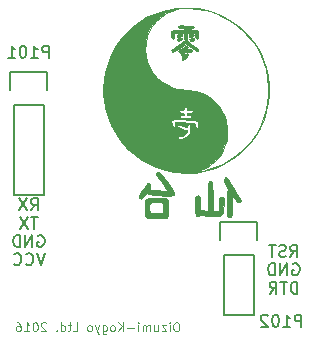
<source format=gbo>
G04 #@! TF.FileFunction,Legend,Bot*
%FSLAX46Y46*%
G04 Gerber Fmt 4.6, Leading zero omitted, Abs format (unit mm)*
G04 Created by KiCad (PCBNEW 4.0.1-stable) date 2016/03/20 16:03:40*
%MOMM*%
G01*
G04 APERTURE LIST*
%ADD10C,0.100000*%
%ADD11C,0.150000*%
%ADD12C,0.010000*%
G04 APERTURE END LIST*
D10*
X106549999Y-90809286D02*
X106407142Y-90809286D01*
X106335714Y-90845000D01*
X106264285Y-90916429D01*
X106228571Y-91059286D01*
X106228571Y-91309286D01*
X106264285Y-91452143D01*
X106335714Y-91523571D01*
X106407142Y-91559286D01*
X106549999Y-91559286D01*
X106621428Y-91523571D01*
X106692857Y-91452143D01*
X106728571Y-91309286D01*
X106728571Y-91059286D01*
X106692857Y-90916429D01*
X106621428Y-90845000D01*
X106549999Y-90809286D01*
X105907143Y-91559286D02*
X105907143Y-91059286D01*
X105907143Y-90809286D02*
X105942857Y-90845000D01*
X105907143Y-90880714D01*
X105871428Y-90845000D01*
X105907143Y-90809286D01*
X105907143Y-90880714D01*
X105621428Y-91059286D02*
X105228571Y-91059286D01*
X105621428Y-91559286D01*
X105228571Y-91559286D01*
X104621428Y-91059286D02*
X104621428Y-91559286D01*
X104942857Y-91059286D02*
X104942857Y-91452143D01*
X104907142Y-91523571D01*
X104835714Y-91559286D01*
X104728571Y-91559286D01*
X104657142Y-91523571D01*
X104621428Y-91487857D01*
X104264286Y-91559286D02*
X104264286Y-91059286D01*
X104264286Y-91130714D02*
X104228571Y-91095000D01*
X104157143Y-91059286D01*
X104050000Y-91059286D01*
X103978571Y-91095000D01*
X103942857Y-91166429D01*
X103942857Y-91559286D01*
X103942857Y-91166429D02*
X103907143Y-91095000D01*
X103835714Y-91059286D01*
X103728571Y-91059286D01*
X103657143Y-91095000D01*
X103621428Y-91166429D01*
X103621428Y-91559286D01*
X103264286Y-91559286D02*
X103264286Y-91059286D01*
X103264286Y-90809286D02*
X103300000Y-90845000D01*
X103264286Y-90880714D01*
X103228571Y-90845000D01*
X103264286Y-90809286D01*
X103264286Y-90880714D01*
X102907143Y-91273571D02*
X102335714Y-91273571D01*
X101978572Y-91559286D02*
X101978572Y-90809286D01*
X101550000Y-91559286D02*
X101871429Y-91130714D01*
X101550000Y-90809286D02*
X101978572Y-91237857D01*
X101121429Y-91559286D02*
X101192857Y-91523571D01*
X101228572Y-91487857D01*
X101264286Y-91416429D01*
X101264286Y-91202143D01*
X101228572Y-91130714D01*
X101192857Y-91095000D01*
X101121429Y-91059286D01*
X101014286Y-91059286D01*
X100942857Y-91095000D01*
X100907143Y-91130714D01*
X100871429Y-91202143D01*
X100871429Y-91416429D01*
X100907143Y-91487857D01*
X100942857Y-91523571D01*
X101014286Y-91559286D01*
X101121429Y-91559286D01*
X100228572Y-91059286D02*
X100228572Y-91666429D01*
X100264286Y-91737857D01*
X100300001Y-91773571D01*
X100371429Y-91809286D01*
X100478572Y-91809286D01*
X100550001Y-91773571D01*
X100228572Y-91523571D02*
X100300001Y-91559286D01*
X100442858Y-91559286D01*
X100514286Y-91523571D01*
X100550001Y-91487857D01*
X100585715Y-91416429D01*
X100585715Y-91202143D01*
X100550001Y-91130714D01*
X100514286Y-91095000D01*
X100442858Y-91059286D01*
X100300001Y-91059286D01*
X100228572Y-91095000D01*
X99942858Y-91059286D02*
X99764287Y-91559286D01*
X99585715Y-91059286D02*
X99764287Y-91559286D01*
X99835715Y-91737857D01*
X99871430Y-91773571D01*
X99942858Y-91809286D01*
X99192858Y-91559286D02*
X99264286Y-91523571D01*
X99300001Y-91487857D01*
X99335715Y-91416429D01*
X99335715Y-91202143D01*
X99300001Y-91130714D01*
X99264286Y-91095000D01*
X99192858Y-91059286D01*
X99085715Y-91059286D01*
X99014286Y-91095000D01*
X98978572Y-91130714D01*
X98942858Y-91202143D01*
X98942858Y-91416429D01*
X98978572Y-91487857D01*
X99014286Y-91523571D01*
X99085715Y-91559286D01*
X99192858Y-91559286D01*
X97692858Y-91559286D02*
X98050001Y-91559286D01*
X98050001Y-90809286D01*
X97550000Y-91059286D02*
X97264286Y-91059286D01*
X97442858Y-90809286D02*
X97442858Y-91452143D01*
X97407143Y-91523571D01*
X97335715Y-91559286D01*
X97264286Y-91559286D01*
X96692858Y-91559286D02*
X96692858Y-90809286D01*
X96692858Y-91523571D02*
X96764287Y-91559286D01*
X96907144Y-91559286D01*
X96978572Y-91523571D01*
X97014287Y-91487857D01*
X97050001Y-91416429D01*
X97050001Y-91202143D01*
X97014287Y-91130714D01*
X96978572Y-91095000D01*
X96907144Y-91059286D01*
X96764287Y-91059286D01*
X96692858Y-91095000D01*
X96335716Y-91487857D02*
X96300001Y-91523571D01*
X96335716Y-91559286D01*
X96371430Y-91523571D01*
X96335716Y-91487857D01*
X96335716Y-91559286D01*
X95442858Y-90880714D02*
X95407144Y-90845000D01*
X95335715Y-90809286D01*
X95157144Y-90809286D01*
X95085715Y-90845000D01*
X95050001Y-90880714D01*
X95014286Y-90952143D01*
X95014286Y-91023571D01*
X95050001Y-91130714D01*
X95478572Y-91559286D01*
X95014286Y-91559286D01*
X94550000Y-90809286D02*
X94478572Y-90809286D01*
X94407143Y-90845000D01*
X94371429Y-90880714D01*
X94335715Y-90952143D01*
X94300000Y-91095000D01*
X94300000Y-91273571D01*
X94335715Y-91416429D01*
X94371429Y-91487857D01*
X94407143Y-91523571D01*
X94478572Y-91559286D01*
X94550000Y-91559286D01*
X94621429Y-91523571D01*
X94657143Y-91487857D01*
X94692858Y-91416429D01*
X94728572Y-91273571D01*
X94728572Y-91095000D01*
X94692858Y-90952143D01*
X94657143Y-90880714D01*
X94621429Y-90845000D01*
X94550000Y-90809286D01*
X93585714Y-91559286D02*
X94014286Y-91559286D01*
X93800000Y-91559286D02*
X93800000Y-90809286D01*
X93871429Y-90916429D01*
X93942857Y-90987857D01*
X94014286Y-91023571D01*
X92942857Y-90809286D02*
X93085714Y-90809286D01*
X93157143Y-90845000D01*
X93192857Y-90880714D01*
X93264286Y-90987857D01*
X93300000Y-91130714D01*
X93300000Y-91416429D01*
X93264286Y-91487857D01*
X93228571Y-91523571D01*
X93157143Y-91559286D01*
X93014286Y-91559286D01*
X92942857Y-91523571D01*
X92907143Y-91487857D01*
X92871428Y-91416429D01*
X92871428Y-91237857D01*
X92907143Y-91166429D01*
X92942857Y-91130714D01*
X93014286Y-91095000D01*
X93157143Y-91095000D01*
X93228571Y-91130714D01*
X93264286Y-91166429D01*
X93300000Y-91237857D01*
D11*
X116117619Y-85262381D02*
X116450953Y-84786190D01*
X116689048Y-85262381D02*
X116689048Y-84262381D01*
X116308095Y-84262381D01*
X116212857Y-84310000D01*
X116165238Y-84357619D01*
X116117619Y-84452857D01*
X116117619Y-84595714D01*
X116165238Y-84690952D01*
X116212857Y-84738571D01*
X116308095Y-84786190D01*
X116689048Y-84786190D01*
X115736667Y-85214762D02*
X115593810Y-85262381D01*
X115355714Y-85262381D01*
X115260476Y-85214762D01*
X115212857Y-85167143D01*
X115165238Y-85071905D01*
X115165238Y-84976667D01*
X115212857Y-84881429D01*
X115260476Y-84833810D01*
X115355714Y-84786190D01*
X115546191Y-84738571D01*
X115641429Y-84690952D01*
X115689048Y-84643333D01*
X115736667Y-84548095D01*
X115736667Y-84452857D01*
X115689048Y-84357619D01*
X115641429Y-84310000D01*
X115546191Y-84262381D01*
X115308095Y-84262381D01*
X115165238Y-84310000D01*
X114879524Y-84262381D02*
X114308095Y-84262381D01*
X114593810Y-85262381D02*
X114593810Y-84262381D01*
X116331904Y-85860000D02*
X116427142Y-85812381D01*
X116569999Y-85812381D01*
X116712857Y-85860000D01*
X116808095Y-85955238D01*
X116855714Y-86050476D01*
X116903333Y-86240952D01*
X116903333Y-86383810D01*
X116855714Y-86574286D01*
X116808095Y-86669524D01*
X116712857Y-86764762D01*
X116569999Y-86812381D01*
X116474761Y-86812381D01*
X116331904Y-86764762D01*
X116284285Y-86717143D01*
X116284285Y-86383810D01*
X116474761Y-86383810D01*
X115855714Y-86812381D02*
X115855714Y-85812381D01*
X115284285Y-86812381D01*
X115284285Y-85812381D01*
X114808095Y-86812381D02*
X114808095Y-85812381D01*
X114570000Y-85812381D01*
X114427142Y-85860000D01*
X114331904Y-85955238D01*
X114284285Y-86050476D01*
X114236666Y-86240952D01*
X114236666Y-86383810D01*
X114284285Y-86574286D01*
X114331904Y-86669524D01*
X114427142Y-86764762D01*
X114570000Y-86812381D01*
X114808095Y-86812381D01*
X116712857Y-88362381D02*
X116712857Y-87362381D01*
X116474762Y-87362381D01*
X116331904Y-87410000D01*
X116236666Y-87505238D01*
X116189047Y-87600476D01*
X116141428Y-87790952D01*
X116141428Y-87933810D01*
X116189047Y-88124286D01*
X116236666Y-88219524D01*
X116331904Y-88314762D01*
X116474762Y-88362381D01*
X116712857Y-88362381D01*
X115855714Y-87362381D02*
X115284285Y-87362381D01*
X115570000Y-88362381D02*
X115570000Y-87362381D01*
X114379523Y-88362381D02*
X114712857Y-87886190D01*
X114950952Y-88362381D02*
X114950952Y-87362381D01*
X114569999Y-87362381D01*
X114474761Y-87410000D01*
X114427142Y-87457619D01*
X114379523Y-87552857D01*
X114379523Y-87695714D01*
X114427142Y-87790952D01*
X114474761Y-87838571D01*
X114569999Y-87886190D01*
X114950952Y-87886190D01*
X94146666Y-81312381D02*
X94480000Y-80836190D01*
X94718095Y-81312381D02*
X94718095Y-80312381D01*
X94337142Y-80312381D01*
X94241904Y-80360000D01*
X94194285Y-80407619D01*
X94146666Y-80502857D01*
X94146666Y-80645714D01*
X94194285Y-80740952D01*
X94241904Y-80788571D01*
X94337142Y-80836190D01*
X94718095Y-80836190D01*
X93813333Y-80312381D02*
X93146666Y-81312381D01*
X93146666Y-80312381D02*
X93813333Y-81312381D01*
X94741905Y-81862381D02*
X94170476Y-81862381D01*
X94456191Y-82862381D02*
X94456191Y-81862381D01*
X93932381Y-81862381D02*
X93265714Y-82862381D01*
X93265714Y-81862381D02*
X93932381Y-82862381D01*
X94741904Y-83460000D02*
X94837142Y-83412381D01*
X94979999Y-83412381D01*
X95122857Y-83460000D01*
X95218095Y-83555238D01*
X95265714Y-83650476D01*
X95313333Y-83840952D01*
X95313333Y-83983810D01*
X95265714Y-84174286D01*
X95218095Y-84269524D01*
X95122857Y-84364762D01*
X94979999Y-84412381D01*
X94884761Y-84412381D01*
X94741904Y-84364762D01*
X94694285Y-84317143D01*
X94694285Y-83983810D01*
X94884761Y-83983810D01*
X94265714Y-84412381D02*
X94265714Y-83412381D01*
X93694285Y-84412381D01*
X93694285Y-83412381D01*
X93218095Y-84412381D02*
X93218095Y-83412381D01*
X92980000Y-83412381D01*
X92837142Y-83460000D01*
X92741904Y-83555238D01*
X92694285Y-83650476D01*
X92646666Y-83840952D01*
X92646666Y-83983810D01*
X92694285Y-84174286D01*
X92741904Y-84269524D01*
X92837142Y-84364762D01*
X92980000Y-84412381D01*
X93218095Y-84412381D01*
X95313333Y-84962381D02*
X94980000Y-85962381D01*
X94646666Y-84962381D01*
X93741904Y-85867143D02*
X93789523Y-85914762D01*
X93932380Y-85962381D01*
X94027618Y-85962381D01*
X94170476Y-85914762D01*
X94265714Y-85819524D01*
X94313333Y-85724286D01*
X94360952Y-85533810D01*
X94360952Y-85390952D01*
X94313333Y-85200476D01*
X94265714Y-85105238D01*
X94170476Y-85010000D01*
X94027618Y-84962381D01*
X93932380Y-84962381D01*
X93789523Y-85010000D01*
X93741904Y-85057619D01*
X92741904Y-85867143D02*
X92789523Y-85914762D01*
X92932380Y-85962381D01*
X93027618Y-85962381D01*
X93170476Y-85914762D01*
X93265714Y-85819524D01*
X93313333Y-85724286D01*
X93360952Y-85533810D01*
X93360952Y-85390952D01*
X93313333Y-85200476D01*
X93265714Y-85105238D01*
X93170476Y-85010000D01*
X93027618Y-84962381D01*
X92932380Y-84962381D01*
X92789523Y-85010000D01*
X92741904Y-85057619D01*
X95250000Y-72390000D02*
X95250000Y-80010000D01*
X92710000Y-72390000D02*
X92710000Y-80010000D01*
X92430000Y-69570000D02*
X92430000Y-71120000D01*
X95250000Y-80010000D02*
X92710000Y-80010000D01*
X92710000Y-72390000D02*
X95250000Y-72390000D01*
X95530000Y-71120000D02*
X95530000Y-69570000D01*
X95530000Y-69570000D02*
X92430000Y-69570000D01*
X113030000Y-85090000D02*
X113030000Y-90170000D01*
X113030000Y-90170000D02*
X110490000Y-90170000D01*
X110490000Y-90170000D02*
X110490000Y-85090000D01*
X110210000Y-82270000D02*
X110210000Y-83820000D01*
X110490000Y-85090000D02*
X113030000Y-85090000D01*
X113310000Y-83820000D02*
X113310000Y-82270000D01*
X113310000Y-82270000D02*
X110210000Y-82270000D01*
D12*
G36*
X104460828Y-80261006D02*
X104244521Y-80269475D01*
X104088482Y-80289508D01*
X103980582Y-80324466D01*
X103908691Y-80377710D01*
X103860679Y-80452602D01*
X103836811Y-80513654D01*
X103816031Y-80621688D01*
X103801044Y-80791056D01*
X103792133Y-80998602D01*
X103789583Y-81221172D01*
X103793677Y-81435613D01*
X103804701Y-81618770D01*
X103821744Y-81742222D01*
X103870484Y-81851892D01*
X103942358Y-81924125D01*
X104013147Y-81940322D01*
X104151218Y-81953941D01*
X104339634Y-81964771D01*
X104561455Y-81972600D01*
X104799745Y-81977218D01*
X105037564Y-81978414D01*
X105257976Y-81975975D01*
X105444041Y-81969692D01*
X105578823Y-81959352D01*
X105644359Y-81945349D01*
X105693271Y-81885134D01*
X105737923Y-81778958D01*
X105744779Y-81754849D01*
X105761143Y-81654269D01*
X105775318Y-81497861D01*
X105786817Y-81304262D01*
X105795151Y-81092108D01*
X105799835Y-80880035D01*
X105799924Y-80848410D01*
X105381546Y-80848410D01*
X105379299Y-81012557D01*
X105375814Y-81142961D01*
X105362020Y-81577421D01*
X104203500Y-81555167D01*
X104191010Y-81195334D01*
X104183184Y-80981785D01*
X104185200Y-80831899D01*
X104209352Y-80734465D01*
X104267935Y-80678269D01*
X104373244Y-80652099D01*
X104537573Y-80644743D01*
X104773218Y-80644988D01*
X104794475Y-80645000D01*
X105004186Y-80647233D01*
X105181041Y-80653350D01*
X105309079Y-80662481D01*
X105372338Y-80673753D01*
X105376139Y-80676750D01*
X105380497Y-80729996D01*
X105381546Y-80848410D01*
X105799924Y-80848410D01*
X105800380Y-80686680D01*
X105796300Y-80530680D01*
X105787106Y-80430670D01*
X105780027Y-80406790D01*
X105700387Y-80352564D01*
X105537674Y-80310721D01*
X105292585Y-80281362D01*
X104965816Y-80264585D01*
X104749534Y-80260740D01*
X104460828Y-80261006D01*
X104460828Y-80261006D01*
G37*
X104460828Y-80261006D02*
X104244521Y-80269475D01*
X104088482Y-80289508D01*
X103980582Y-80324466D01*
X103908691Y-80377710D01*
X103860679Y-80452602D01*
X103836811Y-80513654D01*
X103816031Y-80621688D01*
X103801044Y-80791056D01*
X103792133Y-80998602D01*
X103789583Y-81221172D01*
X103793677Y-81435613D01*
X103804701Y-81618770D01*
X103821744Y-81742222D01*
X103870484Y-81851892D01*
X103942358Y-81924125D01*
X104013147Y-81940322D01*
X104151218Y-81953941D01*
X104339634Y-81964771D01*
X104561455Y-81972600D01*
X104799745Y-81977218D01*
X105037564Y-81978414D01*
X105257976Y-81975975D01*
X105444041Y-81969692D01*
X105578823Y-81959352D01*
X105644359Y-81945349D01*
X105693271Y-81885134D01*
X105737923Y-81778958D01*
X105744779Y-81754849D01*
X105761143Y-81654269D01*
X105775318Y-81497861D01*
X105786817Y-81304262D01*
X105795151Y-81092108D01*
X105799835Y-80880035D01*
X105799924Y-80848410D01*
X105381546Y-80848410D01*
X105379299Y-81012557D01*
X105375814Y-81142961D01*
X105362020Y-81577421D01*
X104203500Y-81555167D01*
X104191010Y-81195334D01*
X104183184Y-80981785D01*
X104185200Y-80831899D01*
X104209352Y-80734465D01*
X104267935Y-80678269D01*
X104373244Y-80652099D01*
X104537573Y-80644743D01*
X104773218Y-80644988D01*
X104794475Y-80645000D01*
X105004186Y-80647233D01*
X105181041Y-80653350D01*
X105309079Y-80662481D01*
X105372338Y-80673753D01*
X105376139Y-80676750D01*
X105380497Y-80729996D01*
X105381546Y-80848410D01*
X105799924Y-80848410D01*
X105800380Y-80686680D01*
X105796300Y-80530680D01*
X105787106Y-80430670D01*
X105780027Y-80406790D01*
X105700387Y-80352564D01*
X105537674Y-80310721D01*
X105292585Y-80281362D01*
X104965816Y-80264585D01*
X104749534Y-80260740D01*
X104460828Y-80261006D01*
G36*
X110611203Y-78535337D02*
X110552950Y-78571123D01*
X110507611Y-78627916D01*
X110496618Y-78704692D01*
X110523025Y-78814149D01*
X110589888Y-78968988D01*
X110699642Y-79180755D01*
X110792677Y-79355888D01*
X110848374Y-79472112D01*
X110871376Y-79544043D01*
X110866326Y-79586297D01*
X110837865Y-79613491D01*
X110837225Y-79613896D01*
X110813776Y-79636660D01*
X110795583Y-79678688D01*
X110781762Y-79750443D01*
X110771427Y-79862388D01*
X110763694Y-80024983D01*
X110757676Y-80248692D01*
X110752491Y-80543977D01*
X110751214Y-80630653D01*
X110748753Y-80917650D01*
X110749587Y-81183726D01*
X110753423Y-81414644D01*
X110759970Y-81596164D01*
X110768938Y-81714048D01*
X110773967Y-81743656D01*
X110836034Y-81868758D01*
X110930861Y-81926514D01*
X111042850Y-81909355D01*
X111075365Y-81889950D01*
X111104377Y-81865882D01*
X111126057Y-81832313D01*
X111141411Y-81777830D01*
X111151444Y-81691019D01*
X111157161Y-81560464D01*
X111159567Y-81374753D01*
X111159667Y-81122470D01*
X111159058Y-80939431D01*
X111158896Y-80673874D01*
X111160409Y-80438121D01*
X111163378Y-80244890D01*
X111167586Y-80106900D01*
X111172814Y-80036870D01*
X111174628Y-80030928D01*
X111205244Y-80054748D01*
X111271591Y-80134427D01*
X111362126Y-80255584D01*
X111415523Y-80331053D01*
X111525650Y-80484527D01*
X111604583Y-80578612D01*
X111665854Y-80625807D01*
X111722998Y-80638612D01*
X111746812Y-80637017D01*
X111852353Y-80595352D01*
X111911762Y-80539167D01*
X111931130Y-80496187D01*
X111928764Y-80443838D01*
X111898575Y-80367993D01*
X111834474Y-80254528D01*
X111730371Y-80089317D01*
X111692775Y-80031167D01*
X111560555Y-79823201D01*
X111405956Y-79573723D01*
X111248612Y-79314727D01*
X111113655Y-79087595D01*
X110969722Y-78850253D01*
X110854662Y-78682944D01*
X110761324Y-78579079D01*
X110682555Y-78532073D01*
X110611203Y-78535337D01*
X110611203Y-78535337D01*
G37*
X110611203Y-78535337D02*
X110552950Y-78571123D01*
X110507611Y-78627916D01*
X110496618Y-78704692D01*
X110523025Y-78814149D01*
X110589888Y-78968988D01*
X110699642Y-79180755D01*
X110792677Y-79355888D01*
X110848374Y-79472112D01*
X110871376Y-79544043D01*
X110866326Y-79586297D01*
X110837865Y-79613491D01*
X110837225Y-79613896D01*
X110813776Y-79636660D01*
X110795583Y-79678688D01*
X110781762Y-79750443D01*
X110771427Y-79862388D01*
X110763694Y-80024983D01*
X110757676Y-80248692D01*
X110752491Y-80543977D01*
X110751214Y-80630653D01*
X110748753Y-80917650D01*
X110749587Y-81183726D01*
X110753423Y-81414644D01*
X110759970Y-81596164D01*
X110768938Y-81714048D01*
X110773967Y-81743656D01*
X110836034Y-81868758D01*
X110930861Y-81926514D01*
X111042850Y-81909355D01*
X111075365Y-81889950D01*
X111104377Y-81865882D01*
X111126057Y-81832313D01*
X111141411Y-81777830D01*
X111151444Y-81691019D01*
X111157161Y-81560464D01*
X111159567Y-81374753D01*
X111159667Y-81122470D01*
X111159058Y-80939431D01*
X111158896Y-80673874D01*
X111160409Y-80438121D01*
X111163378Y-80244890D01*
X111167586Y-80106900D01*
X111172814Y-80036870D01*
X111174628Y-80030928D01*
X111205244Y-80054748D01*
X111271591Y-80134427D01*
X111362126Y-80255584D01*
X111415523Y-80331053D01*
X111525650Y-80484527D01*
X111604583Y-80578612D01*
X111665854Y-80625807D01*
X111722998Y-80638612D01*
X111746812Y-80637017D01*
X111852353Y-80595352D01*
X111911762Y-80539167D01*
X111931130Y-80496187D01*
X111928764Y-80443838D01*
X111898575Y-80367993D01*
X111834474Y-80254528D01*
X111730371Y-80089317D01*
X111692775Y-80031167D01*
X111560555Y-79823201D01*
X111405956Y-79573723D01*
X111248612Y-79314727D01*
X111113655Y-79087595D01*
X110969722Y-78850253D01*
X110854662Y-78682944D01*
X110761324Y-78579079D01*
X110682555Y-78532073D01*
X110611203Y-78535337D01*
G36*
X109274716Y-78869737D02*
X109231578Y-78883806D01*
X109198399Y-78918000D01*
X109173872Y-78981109D01*
X109156694Y-79081924D01*
X109145559Y-79229236D01*
X109139162Y-79431834D01*
X109136199Y-79698511D01*
X109135364Y-80038057D01*
X109135333Y-80172462D01*
X109135333Y-81376324D01*
X108893686Y-81347923D01*
X108718468Y-81328274D01*
X108597585Y-81308196D01*
X108521029Y-81273453D01*
X108478796Y-81209812D01*
X108460881Y-81103039D01*
X108457277Y-80938899D01*
X108458000Y-80728101D01*
X108456019Y-80492110D01*
X108449044Y-80326555D01*
X108435530Y-80217279D01*
X108413930Y-80150121D01*
X108391476Y-80118857D01*
X108310101Y-80060711D01*
X108223951Y-80066079D01*
X108158884Y-80096156D01*
X108129929Y-80116836D01*
X108108720Y-80151320D01*
X108094061Y-80211622D01*
X108084756Y-80309756D01*
X108079609Y-80457737D01*
X108077423Y-80667579D01*
X108077000Y-80918632D01*
X108078051Y-81202254D01*
X108081821Y-81413007D01*
X108089238Y-81562671D01*
X108101229Y-81663024D01*
X108118721Y-81725846D01*
X108142641Y-81762916D01*
X108143524Y-81763810D01*
X108235304Y-81823555D01*
X108332978Y-81809350D01*
X108395664Y-81771991D01*
X108466868Y-81741528D01*
X108576329Y-81731259D01*
X108743915Y-81739832D01*
X108796667Y-81744706D01*
X108970181Y-81757903D01*
X109196815Y-81769837D01*
X109445023Y-81779064D01*
X109647027Y-81783663D01*
X109875066Y-81785500D01*
X110034469Y-81781906D01*
X110141188Y-81771132D01*
X110211173Y-81751429D01*
X110260375Y-81721047D01*
X110266677Y-81715699D01*
X110337982Y-81631997D01*
X110391789Y-81514272D01*
X110430985Y-81350138D01*
X110458459Y-81127210D01*
X110477097Y-80833100D01*
X110478191Y-80808465D01*
X110501414Y-80273430D01*
X110392712Y-80202207D01*
X110295244Y-80156374D01*
X110211759Y-80170159D01*
X110196506Y-80177814D01*
X110127713Y-80237293D01*
X110109000Y-80283698D01*
X110105444Y-80500630D01*
X110095751Y-80724926D01*
X110081384Y-80938867D01*
X110063806Y-81124730D01*
X110044481Y-81264793D01*
X110024871Y-81341335D01*
X110021186Y-81347293D01*
X109942893Y-81387349D01*
X109804485Y-81406221D01*
X109765150Y-81407000D01*
X109558667Y-81407000D01*
X109555989Y-81205917D01*
X109554687Y-81106116D01*
X109552506Y-80936603D01*
X109549637Y-80712321D01*
X109546270Y-80448219D01*
X109542598Y-80159243D01*
X109540580Y-80000108D01*
X109535468Y-79660647D01*
X109528602Y-79396477D01*
X109518232Y-79198221D01*
X109502609Y-79056504D01*
X109479982Y-78961950D01*
X109448603Y-78905182D01*
X109406721Y-78876825D01*
X109352586Y-78867502D01*
X109329117Y-78867000D01*
X109274716Y-78869737D01*
X109274716Y-78869737D01*
G37*
X109274716Y-78869737D02*
X109231578Y-78883806D01*
X109198399Y-78918000D01*
X109173872Y-78981109D01*
X109156694Y-79081924D01*
X109145559Y-79229236D01*
X109139162Y-79431834D01*
X109136199Y-79698511D01*
X109135364Y-80038057D01*
X109135333Y-80172462D01*
X109135333Y-81376324D01*
X108893686Y-81347923D01*
X108718468Y-81328274D01*
X108597585Y-81308196D01*
X108521029Y-81273453D01*
X108478796Y-81209812D01*
X108460881Y-81103039D01*
X108457277Y-80938899D01*
X108458000Y-80728101D01*
X108456019Y-80492110D01*
X108449044Y-80326555D01*
X108435530Y-80217279D01*
X108413930Y-80150121D01*
X108391476Y-80118857D01*
X108310101Y-80060711D01*
X108223951Y-80066079D01*
X108158884Y-80096156D01*
X108129929Y-80116836D01*
X108108720Y-80151320D01*
X108094061Y-80211622D01*
X108084756Y-80309756D01*
X108079609Y-80457737D01*
X108077423Y-80667579D01*
X108077000Y-80918632D01*
X108078051Y-81202254D01*
X108081821Y-81413007D01*
X108089238Y-81562671D01*
X108101229Y-81663024D01*
X108118721Y-81725846D01*
X108142641Y-81762916D01*
X108143524Y-81763810D01*
X108235304Y-81823555D01*
X108332978Y-81809350D01*
X108395664Y-81771991D01*
X108466868Y-81741528D01*
X108576329Y-81731259D01*
X108743915Y-81739832D01*
X108796667Y-81744706D01*
X108970181Y-81757903D01*
X109196815Y-81769837D01*
X109445023Y-81779064D01*
X109647027Y-81783663D01*
X109875066Y-81785500D01*
X110034469Y-81781906D01*
X110141188Y-81771132D01*
X110211173Y-81751429D01*
X110260375Y-81721047D01*
X110266677Y-81715699D01*
X110337982Y-81631997D01*
X110391789Y-81514272D01*
X110430985Y-81350138D01*
X110458459Y-81127210D01*
X110477097Y-80833100D01*
X110478191Y-80808465D01*
X110501414Y-80273430D01*
X110392712Y-80202207D01*
X110295244Y-80156374D01*
X110211759Y-80170159D01*
X110196506Y-80177814D01*
X110127713Y-80237293D01*
X110109000Y-80283698D01*
X110105444Y-80500630D01*
X110095751Y-80724926D01*
X110081384Y-80938867D01*
X110063806Y-81124730D01*
X110044481Y-81264793D01*
X110024871Y-81341335D01*
X110021186Y-81347293D01*
X109942893Y-81387349D01*
X109804485Y-81406221D01*
X109765150Y-81407000D01*
X109558667Y-81407000D01*
X109555989Y-81205917D01*
X109554687Y-81106116D01*
X109552506Y-80936603D01*
X109549637Y-80712321D01*
X109546270Y-80448219D01*
X109542598Y-80159243D01*
X109540580Y-80000108D01*
X109535468Y-79660647D01*
X109528602Y-79396477D01*
X109518232Y-79198221D01*
X109502609Y-79056504D01*
X109479982Y-78961950D01*
X109448603Y-78905182D01*
X109406721Y-78876825D01*
X109352586Y-78867502D01*
X109329117Y-78867000D01*
X109274716Y-78869737D01*
G36*
X104805791Y-78091324D02*
X104743079Y-78167794D01*
X104739919Y-78277827D01*
X104797290Y-78407173D01*
X104895418Y-78522641D01*
X105005313Y-78637675D01*
X105134326Y-78789929D01*
X105271667Y-78964485D01*
X105406543Y-79146426D01*
X105528162Y-79320834D01*
X105625731Y-79472793D01*
X105688460Y-79587385D01*
X105706333Y-79643523D01*
X105665897Y-79659645D01*
X105551088Y-79665931D01*
X105371659Y-79662119D01*
X105251250Y-79655764D01*
X104992526Y-79636872D01*
X104745197Y-79613455D01*
X104522991Y-79587373D01*
X104339636Y-79560486D01*
X104208858Y-79534653D01*
X104144386Y-79511734D01*
X104140000Y-79505221D01*
X104162931Y-79452161D01*
X104202154Y-79393675D01*
X104257454Y-79273105D01*
X104256139Y-79154826D01*
X104207999Y-79059414D01*
X104122828Y-79007447D01*
X104021984Y-79015050D01*
X103973569Y-79058373D01*
X103890369Y-79159668D01*
X103782757Y-79305287D01*
X103661105Y-79481583D01*
X103618537Y-79545860D01*
X103465657Y-79787546D01*
X103363509Y-79972027D01*
X103309745Y-80108058D01*
X103302019Y-80204397D01*
X103337984Y-80269800D01*
X103413123Y-80312234D01*
X103493555Y-80323896D01*
X103570311Y-80282890D01*
X103624790Y-80230911D01*
X103726794Y-80117863D01*
X103818912Y-80005139D01*
X103822500Y-80000377D01*
X103907167Y-79887366D01*
X104203500Y-79945930D01*
X104555882Y-80000514D01*
X104983234Y-80040438D01*
X105477014Y-80064968D01*
X105642833Y-80069344D01*
X105873476Y-80072448D01*
X106034064Y-80068377D01*
X106139096Y-80054339D01*
X106203072Y-80027542D01*
X106240490Y-79985194D01*
X106256199Y-79951222D01*
X106254303Y-79857549D01*
X106204257Y-79712746D01*
X106114438Y-79528716D01*
X105993223Y-79317362D01*
X105848990Y-79090586D01*
X105690114Y-78860292D01*
X105524974Y-78638382D01*
X105361946Y-78436760D01*
X105209407Y-78267327D01*
X105075735Y-78141988D01*
X104969306Y-78072646D01*
X104927074Y-78062667D01*
X104805791Y-78091324D01*
X104805791Y-78091324D01*
G37*
X104805791Y-78091324D02*
X104743079Y-78167794D01*
X104739919Y-78277827D01*
X104797290Y-78407173D01*
X104895418Y-78522641D01*
X105005313Y-78637675D01*
X105134326Y-78789929D01*
X105271667Y-78964485D01*
X105406543Y-79146426D01*
X105528162Y-79320834D01*
X105625731Y-79472793D01*
X105688460Y-79587385D01*
X105706333Y-79643523D01*
X105665897Y-79659645D01*
X105551088Y-79665931D01*
X105371659Y-79662119D01*
X105251250Y-79655764D01*
X104992526Y-79636872D01*
X104745197Y-79613455D01*
X104522991Y-79587373D01*
X104339636Y-79560486D01*
X104208858Y-79534653D01*
X104144386Y-79511734D01*
X104140000Y-79505221D01*
X104162931Y-79452161D01*
X104202154Y-79393675D01*
X104257454Y-79273105D01*
X104256139Y-79154826D01*
X104207999Y-79059414D01*
X104122828Y-79007447D01*
X104021984Y-79015050D01*
X103973569Y-79058373D01*
X103890369Y-79159668D01*
X103782757Y-79305287D01*
X103661105Y-79481583D01*
X103618537Y-79545860D01*
X103465657Y-79787546D01*
X103363509Y-79972027D01*
X103309745Y-80108058D01*
X103302019Y-80204397D01*
X103337984Y-80269800D01*
X103413123Y-80312234D01*
X103493555Y-80323896D01*
X103570311Y-80282890D01*
X103624790Y-80230911D01*
X103726794Y-80117863D01*
X103818912Y-80005139D01*
X103822500Y-80000377D01*
X103907167Y-79887366D01*
X104203500Y-79945930D01*
X104555882Y-80000514D01*
X104983234Y-80040438D01*
X105477014Y-80064968D01*
X105642833Y-80069344D01*
X105873476Y-80072448D01*
X106034064Y-80068377D01*
X106139096Y-80054339D01*
X106203072Y-80027542D01*
X106240490Y-79985194D01*
X106256199Y-79951222D01*
X106254303Y-79857549D01*
X106204257Y-79712746D01*
X106114438Y-79528716D01*
X105993223Y-79317362D01*
X105848990Y-79090586D01*
X105690114Y-78860292D01*
X105524974Y-78638382D01*
X105361946Y-78436760D01*
X105209407Y-78267327D01*
X105075735Y-78141988D01*
X104969306Y-78072646D01*
X104927074Y-78062667D01*
X104805791Y-78091324D01*
G36*
X106721154Y-64167858D02*
X106357085Y-64196169D01*
X106087333Y-64233876D01*
X105335337Y-64412227D01*
X104618851Y-64665165D01*
X103941995Y-64988646D01*
X103308889Y-65378627D01*
X102723652Y-65831061D01*
X102190404Y-66341905D01*
X101713265Y-66907115D01*
X101296355Y-67522644D01*
X100943794Y-68184450D01*
X100659700Y-68888486D01*
X100448195Y-69630710D01*
X100409991Y-69807667D01*
X100360989Y-70115598D01*
X100324701Y-70479266D01*
X100302246Y-70870539D01*
X100294748Y-71261282D01*
X100303326Y-71623365D01*
X100326342Y-71906666D01*
X100456245Y-72657557D01*
X100659143Y-73383706D01*
X100931474Y-74076650D01*
X101269676Y-74727931D01*
X101670186Y-75329088D01*
X101877074Y-75589690D01*
X102054743Y-75798976D01*
X102200559Y-75962913D01*
X102335351Y-76102436D01*
X102479946Y-76238477D01*
X102655172Y-76391970D01*
X102785333Y-76502551D01*
X103396073Y-76963247D01*
X104051868Y-77352842D01*
X104749512Y-77669797D01*
X105485796Y-77912573D01*
X105960333Y-78025177D01*
X106150517Y-78054772D01*
X106403780Y-78081231D01*
X106698563Y-78103547D01*
X107013304Y-78120713D01*
X107326444Y-78131724D01*
X107616423Y-78135573D01*
X107861680Y-78131254D01*
X108013500Y-78120997D01*
X108501441Y-78041500D01*
X108246333Y-78041500D01*
X108225167Y-78062667D01*
X108204000Y-78041500D01*
X108225167Y-78020334D01*
X108246333Y-78041500D01*
X108501441Y-78041500D01*
X108757305Y-77999814D01*
X109481734Y-77799932D01*
X110179934Y-77525536D01*
X110845050Y-77180816D01*
X111470228Y-76769959D01*
X112048615Y-76297153D01*
X112573355Y-75766585D01*
X113037595Y-75182442D01*
X113189276Y-74958788D01*
X113561653Y-74308208D01*
X113860283Y-73622223D01*
X114084114Y-72908829D01*
X114232096Y-72176019D01*
X114303178Y-71431791D01*
X114297724Y-70838134D01*
X114260810Y-70838134D01*
X114252199Y-71584682D01*
X114164839Y-72326883D01*
X113999040Y-73056709D01*
X113755111Y-73766131D01*
X113600536Y-74117889D01*
X113265826Y-74733654D01*
X112858515Y-75328016D01*
X112390379Y-75886557D01*
X111873196Y-76394863D01*
X111467863Y-76728644D01*
X110959489Y-77072111D01*
X110390346Y-77380263D01*
X109780242Y-77643768D01*
X109148989Y-77853299D01*
X108987167Y-77896933D01*
X108766390Y-77950439D01*
X108582921Y-77988911D01*
X108444420Y-78011720D01*
X108358544Y-78018235D01*
X108332953Y-78007827D01*
X108375307Y-77979866D01*
X108479167Y-77938702D01*
X108957009Y-77724345D01*
X109395652Y-77439296D01*
X109787994Y-77091212D01*
X110126935Y-76687750D01*
X110405373Y-76236564D01*
X110616208Y-75745310D01*
X110669172Y-75577666D01*
X110728002Y-75295885D01*
X110762412Y-74960904D01*
X110772402Y-74600589D01*
X110757971Y-74242809D01*
X110753540Y-74205470D01*
X108317316Y-74205470D01*
X108306765Y-74282388D01*
X108269465Y-74324895D01*
X108260571Y-74330207D01*
X108168971Y-74356487D01*
X108105791Y-74311243D01*
X108096831Y-74284292D01*
X107652257Y-74284292D01*
X107647397Y-74456817D01*
X107628732Y-74627908D01*
X107597358Y-74769445D01*
X107586994Y-74798585D01*
X107484253Y-74958628D01*
X107319472Y-75104572D01*
X107115097Y-75216790D01*
X107103333Y-75221522D01*
X106970174Y-75254974D01*
X106822128Y-75264700D01*
X106690117Y-75251427D01*
X106605062Y-75215884D01*
X106599056Y-75209652D01*
X106582278Y-75138458D01*
X106629901Y-75070450D01*
X106723074Y-75024228D01*
X106796658Y-75014667D01*
X106942235Y-74987488D01*
X107101763Y-74917748D01*
X107243195Y-74823143D01*
X107334488Y-74721368D01*
X107337322Y-74716100D01*
X107386489Y-74613107D01*
X107393242Y-74563967D01*
X107357941Y-74549469D01*
X107340472Y-74549000D01*
X107276284Y-74535155D01*
X107154290Y-74498092D01*
X106995881Y-74444520D01*
X106915035Y-74415583D01*
X106740242Y-74349271D01*
X106632193Y-74299527D01*
X106576861Y-74257534D01*
X106560219Y-74214474D01*
X106561480Y-74193333D01*
X106585656Y-74133681D01*
X106651368Y-74110477D01*
X106731331Y-74109188D01*
X106864316Y-74129386D01*
X107023729Y-74175345D01*
X107099012Y-74204438D01*
X107247369Y-74265056D01*
X107336052Y-74287037D01*
X107381980Y-74267821D01*
X107402075Y-74204848D01*
X107407568Y-74157764D01*
X107441949Y-74055057D01*
X107506351Y-74001418D01*
X107578418Y-74008671D01*
X107616196Y-74047418D01*
X107642221Y-74138452D01*
X107652257Y-74284292D01*
X108096831Y-74284292D01*
X108065229Y-74189242D01*
X108058181Y-74147734D01*
X108021407Y-74010879D01*
X107965574Y-73937155D01*
X107958552Y-73933672D01*
X107894491Y-73922852D01*
X107760767Y-73911290D01*
X107572366Y-73899906D01*
X107344275Y-73889618D01*
X107115932Y-73882014D01*
X106345363Y-73860515D01*
X106353932Y-74046008D01*
X106354967Y-74161345D01*
X106335973Y-74215332D01*
X106285094Y-74230891D01*
X106257992Y-74231500D01*
X106189223Y-74217309D01*
X106137094Y-74161864D01*
X106084655Y-74045858D01*
X106076882Y-74025188D01*
X106027536Y-73851039D01*
X106033311Y-73733459D01*
X106096022Y-73663243D01*
X106152356Y-73642234D01*
X106257707Y-73628279D01*
X106429124Y-73619465D01*
X106648178Y-73615547D01*
X106896439Y-73616278D01*
X107155478Y-73621412D01*
X107406866Y-73630701D01*
X107632174Y-73643898D01*
X107812973Y-73660758D01*
X107844576Y-73664883D01*
X108034937Y-73694460D01*
X108158336Y-73728998D01*
X108231876Y-73783535D01*
X108272660Y-73873115D01*
X108297789Y-74012776D01*
X108305258Y-74070032D01*
X108317316Y-74205470D01*
X110753540Y-74205470D01*
X110719120Y-73915429D01*
X110669172Y-73689668D01*
X110484499Y-73193918D01*
X110353677Y-72956435D01*
X107856971Y-72956435D01*
X107838561Y-73008383D01*
X107788279Y-73037946D01*
X107685334Y-73053436D01*
X107600750Y-73058863D01*
X107461577Y-73070068D01*
X107387757Y-73090123D01*
X107359985Y-73126581D01*
X107357333Y-73154113D01*
X107386464Y-73221773D01*
X107452583Y-73237245D01*
X107620686Y-73256258D01*
X107714616Y-73311809D01*
X107738333Y-73386243D01*
X107719726Y-73468819D01*
X107689561Y-73499869D01*
X107626147Y-73505525D01*
X107502267Y-73506291D01*
X107341924Y-73503045D01*
X107169123Y-73496663D01*
X107007867Y-73488022D01*
X106882161Y-73477999D01*
X106817583Y-73468013D01*
X106771915Y-73417730D01*
X106771040Y-73338941D01*
X106812127Y-73273144D01*
X106831629Y-73262363D01*
X106926600Y-73241920D01*
X107003907Y-73236667D01*
X107081277Y-73221867D01*
X107098080Y-73162861D01*
X107095694Y-73141417D01*
X107067770Y-73072268D01*
X106994998Y-73057047D01*
X106968062Y-73059477D01*
X106842684Y-73051418D01*
X106738301Y-73006816D01*
X106682919Y-72939310D01*
X106680000Y-72919167D01*
X106718122Y-72845809D01*
X106820201Y-72800257D01*
X106965750Y-72790660D01*
X107061324Y-72787960D01*
X107098666Y-72752282D01*
X107103333Y-72705878D01*
X107130207Y-72606790D01*
X107166294Y-72559781D01*
X107254372Y-72523922D01*
X107323399Y-72561637D01*
X107356494Y-72661861D01*
X107357333Y-72685005D01*
X107364664Y-72769199D01*
X107403307Y-72805368D01*
X107498243Y-72813796D01*
X107516083Y-72813912D01*
X107701594Y-72825082D01*
X107812565Y-72859134D01*
X107856822Y-72919337D01*
X107856971Y-72956435D01*
X110353677Y-72956435D01*
X110230391Y-72732633D01*
X109914644Y-72314622D01*
X109545052Y-71948695D01*
X109129410Y-71643663D01*
X108675513Y-71408335D01*
X108636532Y-71392279D01*
X108382441Y-71298936D01*
X108132544Y-71229084D01*
X107862825Y-71177851D01*
X107549265Y-71140366D01*
X107293833Y-71119903D01*
X106884302Y-71081181D01*
X106535699Y-71022805D01*
X106225449Y-70939101D01*
X105930978Y-70824396D01*
X105730503Y-70726976D01*
X105260845Y-70437763D01*
X104852357Y-70093128D01*
X104508403Y-69698556D01*
X104232344Y-69259536D01*
X104027541Y-68781553D01*
X103897358Y-68270095D01*
X103845157Y-67730648D01*
X103844260Y-67648667D01*
X103884658Y-67110830D01*
X104002784Y-66598762D01*
X104194035Y-66118482D01*
X104453807Y-65676008D01*
X104777498Y-65277359D01*
X105160504Y-64928554D01*
X105598222Y-64635611D01*
X106086050Y-64404550D01*
X106408421Y-64295938D01*
X106552195Y-64257752D01*
X106687879Y-64231082D01*
X106835628Y-64214044D01*
X107015597Y-64204753D01*
X107247939Y-64201325D01*
X107420833Y-64201299D01*
X108183279Y-64243359D01*
X108916609Y-64364916D01*
X109620730Y-64565932D01*
X110295551Y-64846368D01*
X110940980Y-65206184D01*
X111556923Y-65645341D01*
X112143289Y-66163800D01*
X112208168Y-66227853D01*
X112659096Y-66711155D01*
X113039310Y-67194390D01*
X113360783Y-67695672D01*
X113635491Y-68233119D01*
X113811060Y-68652678D01*
X114040550Y-69364104D01*
X114190364Y-70095265D01*
X114260810Y-70838134D01*
X114297724Y-70838134D01*
X114296308Y-70684138D01*
X114210437Y-69941058D01*
X114044513Y-69210545D01*
X113974802Y-68982167D01*
X113699392Y-68267837D01*
X113353364Y-67596667D01*
X112941092Y-66972518D01*
X112466952Y-66399251D01*
X111935317Y-65880727D01*
X111350564Y-65420806D01*
X110717067Y-65023348D01*
X110039201Y-64692215D01*
X109321341Y-64431268D01*
X108616979Y-64254019D01*
X108308160Y-64207065D01*
X107940046Y-64174780D01*
X107536757Y-64157356D01*
X107122419Y-64154984D01*
X106721154Y-64167858D01*
X106721154Y-64167858D01*
G37*
X106721154Y-64167858D02*
X106357085Y-64196169D01*
X106087333Y-64233876D01*
X105335337Y-64412227D01*
X104618851Y-64665165D01*
X103941995Y-64988646D01*
X103308889Y-65378627D01*
X102723652Y-65831061D01*
X102190404Y-66341905D01*
X101713265Y-66907115D01*
X101296355Y-67522644D01*
X100943794Y-68184450D01*
X100659700Y-68888486D01*
X100448195Y-69630710D01*
X100409991Y-69807667D01*
X100360989Y-70115598D01*
X100324701Y-70479266D01*
X100302246Y-70870539D01*
X100294748Y-71261282D01*
X100303326Y-71623365D01*
X100326342Y-71906666D01*
X100456245Y-72657557D01*
X100659143Y-73383706D01*
X100931474Y-74076650D01*
X101269676Y-74727931D01*
X101670186Y-75329088D01*
X101877074Y-75589690D01*
X102054743Y-75798976D01*
X102200559Y-75962913D01*
X102335351Y-76102436D01*
X102479946Y-76238477D01*
X102655172Y-76391970D01*
X102785333Y-76502551D01*
X103396073Y-76963247D01*
X104051868Y-77352842D01*
X104749512Y-77669797D01*
X105485796Y-77912573D01*
X105960333Y-78025177D01*
X106150517Y-78054772D01*
X106403780Y-78081231D01*
X106698563Y-78103547D01*
X107013304Y-78120713D01*
X107326444Y-78131724D01*
X107616423Y-78135573D01*
X107861680Y-78131254D01*
X108013500Y-78120997D01*
X108501441Y-78041500D01*
X108246333Y-78041500D01*
X108225167Y-78062667D01*
X108204000Y-78041500D01*
X108225167Y-78020334D01*
X108246333Y-78041500D01*
X108501441Y-78041500D01*
X108757305Y-77999814D01*
X109481734Y-77799932D01*
X110179934Y-77525536D01*
X110845050Y-77180816D01*
X111470228Y-76769959D01*
X112048615Y-76297153D01*
X112573355Y-75766585D01*
X113037595Y-75182442D01*
X113189276Y-74958788D01*
X113561653Y-74308208D01*
X113860283Y-73622223D01*
X114084114Y-72908829D01*
X114232096Y-72176019D01*
X114303178Y-71431791D01*
X114297724Y-70838134D01*
X114260810Y-70838134D01*
X114252199Y-71584682D01*
X114164839Y-72326883D01*
X113999040Y-73056709D01*
X113755111Y-73766131D01*
X113600536Y-74117889D01*
X113265826Y-74733654D01*
X112858515Y-75328016D01*
X112390379Y-75886557D01*
X111873196Y-76394863D01*
X111467863Y-76728644D01*
X110959489Y-77072111D01*
X110390346Y-77380263D01*
X109780242Y-77643768D01*
X109148989Y-77853299D01*
X108987167Y-77896933D01*
X108766390Y-77950439D01*
X108582921Y-77988911D01*
X108444420Y-78011720D01*
X108358544Y-78018235D01*
X108332953Y-78007827D01*
X108375307Y-77979866D01*
X108479167Y-77938702D01*
X108957009Y-77724345D01*
X109395652Y-77439296D01*
X109787994Y-77091212D01*
X110126935Y-76687750D01*
X110405373Y-76236564D01*
X110616208Y-75745310D01*
X110669172Y-75577666D01*
X110728002Y-75295885D01*
X110762412Y-74960904D01*
X110772402Y-74600589D01*
X110757971Y-74242809D01*
X110753540Y-74205470D01*
X108317316Y-74205470D01*
X108306765Y-74282388D01*
X108269465Y-74324895D01*
X108260571Y-74330207D01*
X108168971Y-74356487D01*
X108105791Y-74311243D01*
X108096831Y-74284292D01*
X107652257Y-74284292D01*
X107647397Y-74456817D01*
X107628732Y-74627908D01*
X107597358Y-74769445D01*
X107586994Y-74798585D01*
X107484253Y-74958628D01*
X107319472Y-75104572D01*
X107115097Y-75216790D01*
X107103333Y-75221522D01*
X106970174Y-75254974D01*
X106822128Y-75264700D01*
X106690117Y-75251427D01*
X106605062Y-75215884D01*
X106599056Y-75209652D01*
X106582278Y-75138458D01*
X106629901Y-75070450D01*
X106723074Y-75024228D01*
X106796658Y-75014667D01*
X106942235Y-74987488D01*
X107101763Y-74917748D01*
X107243195Y-74823143D01*
X107334488Y-74721368D01*
X107337322Y-74716100D01*
X107386489Y-74613107D01*
X107393242Y-74563967D01*
X107357941Y-74549469D01*
X107340472Y-74549000D01*
X107276284Y-74535155D01*
X107154290Y-74498092D01*
X106995881Y-74444520D01*
X106915035Y-74415583D01*
X106740242Y-74349271D01*
X106632193Y-74299527D01*
X106576861Y-74257534D01*
X106560219Y-74214474D01*
X106561480Y-74193333D01*
X106585656Y-74133681D01*
X106651368Y-74110477D01*
X106731331Y-74109188D01*
X106864316Y-74129386D01*
X107023729Y-74175345D01*
X107099012Y-74204438D01*
X107247369Y-74265056D01*
X107336052Y-74287037D01*
X107381980Y-74267821D01*
X107402075Y-74204848D01*
X107407568Y-74157764D01*
X107441949Y-74055057D01*
X107506351Y-74001418D01*
X107578418Y-74008671D01*
X107616196Y-74047418D01*
X107642221Y-74138452D01*
X107652257Y-74284292D01*
X108096831Y-74284292D01*
X108065229Y-74189242D01*
X108058181Y-74147734D01*
X108021407Y-74010879D01*
X107965574Y-73937155D01*
X107958552Y-73933672D01*
X107894491Y-73922852D01*
X107760767Y-73911290D01*
X107572366Y-73899906D01*
X107344275Y-73889618D01*
X107115932Y-73882014D01*
X106345363Y-73860515D01*
X106353932Y-74046008D01*
X106354967Y-74161345D01*
X106335973Y-74215332D01*
X106285094Y-74230891D01*
X106257992Y-74231500D01*
X106189223Y-74217309D01*
X106137094Y-74161864D01*
X106084655Y-74045858D01*
X106076882Y-74025188D01*
X106027536Y-73851039D01*
X106033311Y-73733459D01*
X106096022Y-73663243D01*
X106152356Y-73642234D01*
X106257707Y-73628279D01*
X106429124Y-73619465D01*
X106648178Y-73615547D01*
X106896439Y-73616278D01*
X107155478Y-73621412D01*
X107406866Y-73630701D01*
X107632174Y-73643898D01*
X107812973Y-73660758D01*
X107844576Y-73664883D01*
X108034937Y-73694460D01*
X108158336Y-73728998D01*
X108231876Y-73783535D01*
X108272660Y-73873115D01*
X108297789Y-74012776D01*
X108305258Y-74070032D01*
X108317316Y-74205470D01*
X110753540Y-74205470D01*
X110719120Y-73915429D01*
X110669172Y-73689668D01*
X110484499Y-73193918D01*
X110353677Y-72956435D01*
X107856971Y-72956435D01*
X107838561Y-73008383D01*
X107788279Y-73037946D01*
X107685334Y-73053436D01*
X107600750Y-73058863D01*
X107461577Y-73070068D01*
X107387757Y-73090123D01*
X107359985Y-73126581D01*
X107357333Y-73154113D01*
X107386464Y-73221773D01*
X107452583Y-73237245D01*
X107620686Y-73256258D01*
X107714616Y-73311809D01*
X107738333Y-73386243D01*
X107719726Y-73468819D01*
X107689561Y-73499869D01*
X107626147Y-73505525D01*
X107502267Y-73506291D01*
X107341924Y-73503045D01*
X107169123Y-73496663D01*
X107007867Y-73488022D01*
X106882161Y-73477999D01*
X106817583Y-73468013D01*
X106771915Y-73417730D01*
X106771040Y-73338941D01*
X106812127Y-73273144D01*
X106831629Y-73262363D01*
X106926600Y-73241920D01*
X107003907Y-73236667D01*
X107081277Y-73221867D01*
X107098080Y-73162861D01*
X107095694Y-73141417D01*
X107067770Y-73072268D01*
X106994998Y-73057047D01*
X106968062Y-73059477D01*
X106842684Y-73051418D01*
X106738301Y-73006816D01*
X106682919Y-72939310D01*
X106680000Y-72919167D01*
X106718122Y-72845809D01*
X106820201Y-72800257D01*
X106965750Y-72790660D01*
X107061324Y-72787960D01*
X107098666Y-72752282D01*
X107103333Y-72705878D01*
X107130207Y-72606790D01*
X107166294Y-72559781D01*
X107254372Y-72523922D01*
X107323399Y-72561637D01*
X107356494Y-72661861D01*
X107357333Y-72685005D01*
X107364664Y-72769199D01*
X107403307Y-72805368D01*
X107498243Y-72813796D01*
X107516083Y-72813912D01*
X107701594Y-72825082D01*
X107812565Y-72859134D01*
X107856822Y-72919337D01*
X107856971Y-72956435D01*
X110353677Y-72956435D01*
X110230391Y-72732633D01*
X109914644Y-72314622D01*
X109545052Y-71948695D01*
X109129410Y-71643663D01*
X108675513Y-71408335D01*
X108636532Y-71392279D01*
X108382441Y-71298936D01*
X108132544Y-71229084D01*
X107862825Y-71177851D01*
X107549265Y-71140366D01*
X107293833Y-71119903D01*
X106884302Y-71081181D01*
X106535699Y-71022805D01*
X106225449Y-70939101D01*
X105930978Y-70824396D01*
X105730503Y-70726976D01*
X105260845Y-70437763D01*
X104852357Y-70093128D01*
X104508403Y-69698556D01*
X104232344Y-69259536D01*
X104027541Y-68781553D01*
X103897358Y-68270095D01*
X103845157Y-67730648D01*
X103844260Y-67648667D01*
X103884658Y-67110830D01*
X104002784Y-66598762D01*
X104194035Y-66118482D01*
X104453807Y-65676008D01*
X104777498Y-65277359D01*
X105160504Y-64928554D01*
X105598222Y-64635611D01*
X106086050Y-64404550D01*
X106408421Y-64295938D01*
X106552195Y-64257752D01*
X106687879Y-64231082D01*
X106835628Y-64214044D01*
X107015597Y-64204753D01*
X107247939Y-64201325D01*
X107420833Y-64201299D01*
X108183279Y-64243359D01*
X108916609Y-64364916D01*
X109620730Y-64565932D01*
X110295551Y-64846368D01*
X110940980Y-65206184D01*
X111556923Y-65645341D01*
X112143289Y-66163800D01*
X112208168Y-66227853D01*
X112659096Y-66711155D01*
X113039310Y-67194390D01*
X113360783Y-67695672D01*
X113635491Y-68233119D01*
X113811060Y-68652678D01*
X114040550Y-69364104D01*
X114190364Y-70095265D01*
X114260810Y-70838134D01*
X114297724Y-70838134D01*
X114296308Y-70684138D01*
X114210437Y-69941058D01*
X114044513Y-69210545D01*
X113974802Y-68982167D01*
X113699392Y-68267837D01*
X113353364Y-67596667D01*
X112941092Y-66972518D01*
X112466952Y-66399251D01*
X111935317Y-65880727D01*
X111350564Y-65420806D01*
X110717067Y-65023348D01*
X110039201Y-64692215D01*
X109321341Y-64431268D01*
X108616979Y-64254019D01*
X108308160Y-64207065D01*
X107940046Y-64174780D01*
X107536757Y-64157356D01*
X107122419Y-64154984D01*
X106721154Y-64167858D01*
G36*
X107199160Y-67423938D02*
X107131827Y-67489731D01*
X107003416Y-67589681D01*
X106857085Y-67661078D01*
X106828167Y-67669648D01*
X106697236Y-67722046D01*
X106641509Y-67797609D01*
X106660989Y-67900844D01*
X106755680Y-68036258D01*
X106828572Y-68114745D01*
X106933465Y-68231726D01*
X106983906Y-68312336D01*
X106980393Y-68344658D01*
X106944421Y-68405157D01*
X106934000Y-68476665D01*
X106958098Y-68560151D01*
X107026779Y-68576517D01*
X107134625Y-68526969D01*
X107276220Y-68412713D01*
X107293090Y-68396757D01*
X107393970Y-68289179D01*
X107463268Y-68194402D01*
X107484333Y-68141428D01*
X107451902Y-68066111D01*
X107376292Y-68040199D01*
X107292053Y-68073478D01*
X107236016Y-68100020D01*
X107172841Y-68071627D01*
X107123259Y-68028501D01*
X107052402Y-67954900D01*
X107019043Y-67906401D01*
X107018667Y-67903805D01*
X107057688Y-67893644D01*
X107161827Y-67889254D01*
X107311698Y-67891177D01*
X107378394Y-67893757D01*
X107557654Y-67899554D01*
X107669802Y-67895439D01*
X107732058Y-67879019D01*
X107761640Y-67847903D01*
X107765015Y-67840060D01*
X107767136Y-67757460D01*
X107696364Y-67699740D01*
X107547850Y-67663139D01*
X107534674Y-67661305D01*
X107428487Y-67642471D01*
X107390747Y-67616540D01*
X107405425Y-67570715D01*
X107410584Y-67562250D01*
X107434857Y-67479648D01*
X107402520Y-67419271D01*
X107342517Y-67365249D01*
X107281192Y-67365123D01*
X107199160Y-67423938D01*
X107199160Y-67423938D01*
G37*
X107199160Y-67423938D02*
X107131827Y-67489731D01*
X107003416Y-67589681D01*
X106857085Y-67661078D01*
X106828167Y-67669648D01*
X106697236Y-67722046D01*
X106641509Y-67797609D01*
X106660989Y-67900844D01*
X106755680Y-68036258D01*
X106828572Y-68114745D01*
X106933465Y-68231726D01*
X106983906Y-68312336D01*
X106980393Y-68344658D01*
X106944421Y-68405157D01*
X106934000Y-68476665D01*
X106958098Y-68560151D01*
X107026779Y-68576517D01*
X107134625Y-68526969D01*
X107276220Y-68412713D01*
X107293090Y-68396757D01*
X107393970Y-68289179D01*
X107463268Y-68194402D01*
X107484333Y-68141428D01*
X107451902Y-68066111D01*
X107376292Y-68040199D01*
X107292053Y-68073478D01*
X107236016Y-68100020D01*
X107172841Y-68071627D01*
X107123259Y-68028501D01*
X107052402Y-67954900D01*
X107019043Y-67906401D01*
X107018667Y-67903805D01*
X107057688Y-67893644D01*
X107161827Y-67889254D01*
X107311698Y-67891177D01*
X107378394Y-67893757D01*
X107557654Y-67899554D01*
X107669802Y-67895439D01*
X107732058Y-67879019D01*
X107761640Y-67847903D01*
X107765015Y-67840060D01*
X107767136Y-67757460D01*
X107696364Y-67699740D01*
X107547850Y-67663139D01*
X107534674Y-67661305D01*
X107428487Y-67642471D01*
X107390747Y-67616540D01*
X107405425Y-67570715D01*
X107410584Y-67562250D01*
X107434857Y-67479648D01*
X107402520Y-67419271D01*
X107342517Y-67365249D01*
X107281192Y-67365123D01*
X107199160Y-67423938D01*
G36*
X106770519Y-65668513D02*
X106692023Y-65675141D01*
X106683376Y-65678080D01*
X106641308Y-65745083D01*
X106650254Y-65830180D01*
X106704629Y-65887304D01*
X106787176Y-65903292D01*
X106912911Y-65912282D01*
X106958629Y-65913000D01*
X107082931Y-65921612D01*
X107138775Y-65950791D01*
X107145667Y-65976500D01*
X107129766Y-66008776D01*
X107072185Y-66028593D01*
X106958104Y-66038724D01*
X106796417Y-66041844D01*
X106516914Y-66051600D01*
X106292420Y-66076588D01*
X106132230Y-66115195D01*
X106045642Y-66165810D01*
X106040494Y-66172842D01*
X106009758Y-66269987D01*
X106004702Y-66402975D01*
X106021055Y-66547215D01*
X106054543Y-66678115D01*
X106100895Y-66771084D01*
X106149791Y-66802000D01*
X106235789Y-66765639D01*
X106281999Y-66668000D01*
X106280491Y-66526251D01*
X106279554Y-66521115D01*
X106268418Y-66424811D01*
X106286367Y-66360416D01*
X106346059Y-66321579D01*
X106460157Y-66301949D01*
X106641321Y-66295174D01*
X106730999Y-66294648D01*
X107099497Y-66294000D01*
X107126603Y-66438486D01*
X107137710Y-66563784D01*
X107127084Y-66666775D01*
X107126356Y-66669154D01*
X107135219Y-66774104D01*
X107185835Y-66842168D01*
X107235086Y-66902795D01*
X107233802Y-66928975D01*
X107232864Y-66929000D01*
X107182420Y-66953026D01*
X107084382Y-67016729D01*
X106957787Y-67107552D01*
X106925947Y-67131477D01*
X106749326Y-67258199D01*
X106543083Y-67395767D01*
X106351917Y-67514367D01*
X106184984Y-67618475D01*
X106087369Y-67697541D01*
X106051379Y-67761702D01*
X106069319Y-67821097D01*
X106095800Y-67851867D01*
X106131126Y-67884139D01*
X106166903Y-67895344D01*
X106221001Y-67880233D01*
X106311289Y-67833558D01*
X106455637Y-67750071D01*
X106469005Y-67742259D01*
X106655723Y-67628275D01*
X106859831Y-67496367D01*
X107003220Y-67398688D01*
X107262940Y-67215526D01*
X107532387Y-67421951D01*
X107801884Y-67618165D01*
X108015673Y-67751106D01*
X108174135Y-67820920D01*
X108277653Y-67827756D01*
X108326609Y-67771763D01*
X108331000Y-67731472D01*
X108293607Y-67665605D01*
X108184315Y-67566746D01*
X108007461Y-67438743D01*
X107981750Y-67421504D01*
X107716182Y-67236070D01*
X107520879Y-67080464D01*
X107397569Y-66956345D01*
X107347979Y-66865371D01*
X107357919Y-66822461D01*
X107383401Y-66748822D01*
X107395382Y-66624349D01*
X107394336Y-66539733D01*
X107382483Y-66315167D01*
X107581575Y-66310370D01*
X107711869Y-66315291D01*
X107772980Y-66334109D01*
X107759946Y-66361101D01*
X107667804Y-66390548D01*
X107653667Y-66393484D01*
X107560021Y-66428548D01*
X107527788Y-66496192D01*
X107526667Y-66521246D01*
X107554633Y-66618316D01*
X107638102Y-66651756D01*
X107776427Y-66621309D01*
X107776450Y-66621300D01*
X107893666Y-66556104D01*
X107927407Y-66480971D01*
X107881678Y-66401059D01*
X107846286Y-66356411D01*
X107873110Y-66338972D01*
X107946976Y-66336334D01*
X108028583Y-66342179D01*
X108066201Y-66375468D01*
X108076990Y-66459826D01*
X108077648Y-66516250D01*
X108090733Y-66679793D01*
X108131415Y-66768904D01*
X108204028Y-66790559D01*
X108242768Y-66781965D01*
X108289001Y-66760666D01*
X108315227Y-66720579D01*
X108325752Y-66642505D01*
X108324884Y-66507245D01*
X108322136Y-66428185D01*
X108309833Y-66103500D01*
X108161667Y-66093166D01*
X107886439Y-66073036D01*
X107684946Y-66055553D01*
X107546368Y-66039019D01*
X107459885Y-66021737D01*
X107414677Y-66002009D01*
X107399924Y-65978138D01*
X107399667Y-65973622D01*
X107422442Y-65937995D01*
X107500932Y-65924548D01*
X107613357Y-65927505D01*
X107787462Y-65922597D01*
X107897339Y-65885138D01*
X107936162Y-65818345D01*
X107928380Y-65778917D01*
X107903806Y-65750187D01*
X107846833Y-65728190D01*
X107744855Y-65710896D01*
X107585264Y-65696273D01*
X107355455Y-65682290D01*
X107315619Y-65680199D01*
X107099115Y-65671098D01*
X106911816Y-65667183D01*
X106770519Y-65668513D01*
X106770519Y-65668513D01*
G37*
X106770519Y-65668513D02*
X106692023Y-65675141D01*
X106683376Y-65678080D01*
X106641308Y-65745083D01*
X106650254Y-65830180D01*
X106704629Y-65887304D01*
X106787176Y-65903292D01*
X106912911Y-65912282D01*
X106958629Y-65913000D01*
X107082931Y-65921612D01*
X107138775Y-65950791D01*
X107145667Y-65976500D01*
X107129766Y-66008776D01*
X107072185Y-66028593D01*
X106958104Y-66038724D01*
X106796417Y-66041844D01*
X106516914Y-66051600D01*
X106292420Y-66076588D01*
X106132230Y-66115195D01*
X106045642Y-66165810D01*
X106040494Y-66172842D01*
X106009758Y-66269987D01*
X106004702Y-66402975D01*
X106021055Y-66547215D01*
X106054543Y-66678115D01*
X106100895Y-66771084D01*
X106149791Y-66802000D01*
X106235789Y-66765639D01*
X106281999Y-66668000D01*
X106280491Y-66526251D01*
X106279554Y-66521115D01*
X106268418Y-66424811D01*
X106286367Y-66360416D01*
X106346059Y-66321579D01*
X106460157Y-66301949D01*
X106641321Y-66295174D01*
X106730999Y-66294648D01*
X107099497Y-66294000D01*
X107126603Y-66438486D01*
X107137710Y-66563784D01*
X107127084Y-66666775D01*
X107126356Y-66669154D01*
X107135219Y-66774104D01*
X107185835Y-66842168D01*
X107235086Y-66902795D01*
X107233802Y-66928975D01*
X107232864Y-66929000D01*
X107182420Y-66953026D01*
X107084382Y-67016729D01*
X106957787Y-67107552D01*
X106925947Y-67131477D01*
X106749326Y-67258199D01*
X106543083Y-67395767D01*
X106351917Y-67514367D01*
X106184984Y-67618475D01*
X106087369Y-67697541D01*
X106051379Y-67761702D01*
X106069319Y-67821097D01*
X106095800Y-67851867D01*
X106131126Y-67884139D01*
X106166903Y-67895344D01*
X106221001Y-67880233D01*
X106311289Y-67833558D01*
X106455637Y-67750071D01*
X106469005Y-67742259D01*
X106655723Y-67628275D01*
X106859831Y-67496367D01*
X107003220Y-67398688D01*
X107262940Y-67215526D01*
X107532387Y-67421951D01*
X107801884Y-67618165D01*
X108015673Y-67751106D01*
X108174135Y-67820920D01*
X108277653Y-67827756D01*
X108326609Y-67771763D01*
X108331000Y-67731472D01*
X108293607Y-67665605D01*
X108184315Y-67566746D01*
X108007461Y-67438743D01*
X107981750Y-67421504D01*
X107716182Y-67236070D01*
X107520879Y-67080464D01*
X107397569Y-66956345D01*
X107347979Y-66865371D01*
X107357919Y-66822461D01*
X107383401Y-66748822D01*
X107395382Y-66624349D01*
X107394336Y-66539733D01*
X107382483Y-66315167D01*
X107581575Y-66310370D01*
X107711869Y-66315291D01*
X107772980Y-66334109D01*
X107759946Y-66361101D01*
X107667804Y-66390548D01*
X107653667Y-66393484D01*
X107560021Y-66428548D01*
X107527788Y-66496192D01*
X107526667Y-66521246D01*
X107554633Y-66618316D01*
X107638102Y-66651756D01*
X107776427Y-66621309D01*
X107776450Y-66621300D01*
X107893666Y-66556104D01*
X107927407Y-66480971D01*
X107881678Y-66401059D01*
X107846286Y-66356411D01*
X107873110Y-66338972D01*
X107946976Y-66336334D01*
X108028583Y-66342179D01*
X108066201Y-66375468D01*
X108076990Y-66459826D01*
X108077648Y-66516250D01*
X108090733Y-66679793D01*
X108131415Y-66768904D01*
X108204028Y-66790559D01*
X108242768Y-66781965D01*
X108289001Y-66760666D01*
X108315227Y-66720579D01*
X108325752Y-66642505D01*
X108324884Y-66507245D01*
X108322136Y-66428185D01*
X108309833Y-66103500D01*
X108161667Y-66093166D01*
X107886439Y-66073036D01*
X107684946Y-66055553D01*
X107546368Y-66039019D01*
X107459885Y-66021737D01*
X107414677Y-66002009D01*
X107399924Y-65978138D01*
X107399667Y-65973622D01*
X107422442Y-65937995D01*
X107500932Y-65924548D01*
X107613357Y-65927505D01*
X107787462Y-65922597D01*
X107897339Y-65885138D01*
X107936162Y-65818345D01*
X107928380Y-65778917D01*
X107903806Y-65750187D01*
X107846833Y-65728190D01*
X107744855Y-65710896D01*
X107585264Y-65696273D01*
X107355455Y-65682290D01*
X107315619Y-65680199D01*
X107099115Y-65671098D01*
X106911816Y-65667183D01*
X106770519Y-65668513D01*
G36*
X107799615Y-66693361D02*
X107719109Y-66716693D01*
X107608005Y-66775572D01*
X107568661Y-66843575D01*
X107591458Y-66906452D01*
X107666781Y-66949949D01*
X107785013Y-66959816D01*
X107872312Y-66943730D01*
X107951355Y-66887278D01*
X107971734Y-66799639D01*
X107934741Y-66726265D01*
X107878186Y-66690091D01*
X107799615Y-66693361D01*
X107799615Y-66693361D01*
G37*
X107799615Y-66693361D02*
X107719109Y-66716693D01*
X107608005Y-66775572D01*
X107568661Y-66843575D01*
X107591458Y-66906452D01*
X107666781Y-66949949D01*
X107785013Y-66959816D01*
X107872312Y-66943730D01*
X107951355Y-66887278D01*
X107971734Y-66799639D01*
X107934741Y-66726265D01*
X107878186Y-66690091D01*
X107799615Y-66693361D01*
G36*
X106631493Y-66719891D02*
X106539563Y-66777853D01*
X106518266Y-66854191D01*
X106519096Y-66860945D01*
X106564477Y-66938340D01*
X106665486Y-66958096D01*
X106814757Y-66919148D01*
X106841986Y-66907680D01*
X106943468Y-66841868D01*
X106972986Y-66776122D01*
X106942566Y-66721173D01*
X106864238Y-66687751D01*
X106750028Y-66686586D01*
X106631493Y-66719891D01*
X106631493Y-66719891D01*
G37*
X106631493Y-66719891D02*
X106539563Y-66777853D01*
X106518266Y-66854191D01*
X106519096Y-66860945D01*
X106564477Y-66938340D01*
X106665486Y-66958096D01*
X106814757Y-66919148D01*
X106841986Y-66907680D01*
X106943468Y-66841868D01*
X106972986Y-66776122D01*
X106942566Y-66721173D01*
X106864238Y-66687751D01*
X106750028Y-66686586D01*
X106631493Y-66719891D01*
G36*
X106752501Y-66349530D02*
X106597244Y-66390109D01*
X106505656Y-66457423D01*
X106487056Y-66543869D01*
X106492474Y-66561651D01*
X106533041Y-66612968D01*
X106611366Y-66625191D01*
X106744487Y-66599686D01*
X106794333Y-66585845D01*
X106914295Y-66538418D01*
X106961366Y-66479407D01*
X106948962Y-66398930D01*
X106911377Y-66353019D01*
X106832421Y-66341818D01*
X106752501Y-66349530D01*
X106752501Y-66349530D01*
G37*
X106752501Y-66349530D02*
X106597244Y-66390109D01*
X106505656Y-66457423D01*
X106487056Y-66543869D01*
X106492474Y-66561651D01*
X106533041Y-66612968D01*
X106611366Y-66625191D01*
X106744487Y-66599686D01*
X106794333Y-66585845D01*
X106914295Y-66538418D01*
X106961366Y-66479407D01*
X106948962Y-66398930D01*
X106911377Y-66353019D01*
X106832421Y-66341818D01*
X106752501Y-66349530D01*
D11*
X95670476Y-68397381D02*
X95670476Y-67397381D01*
X95289523Y-67397381D01*
X95194285Y-67445000D01*
X95146666Y-67492619D01*
X95099047Y-67587857D01*
X95099047Y-67730714D01*
X95146666Y-67825952D01*
X95194285Y-67873571D01*
X95289523Y-67921190D01*
X95670476Y-67921190D01*
X94146666Y-68397381D02*
X94718095Y-68397381D01*
X94432381Y-68397381D02*
X94432381Y-67397381D01*
X94527619Y-67540238D01*
X94622857Y-67635476D01*
X94718095Y-67683095D01*
X93527619Y-67397381D02*
X93432380Y-67397381D01*
X93337142Y-67445000D01*
X93289523Y-67492619D01*
X93241904Y-67587857D01*
X93194285Y-67778333D01*
X93194285Y-68016429D01*
X93241904Y-68206905D01*
X93289523Y-68302143D01*
X93337142Y-68349762D01*
X93432380Y-68397381D01*
X93527619Y-68397381D01*
X93622857Y-68349762D01*
X93670476Y-68302143D01*
X93718095Y-68206905D01*
X93765714Y-68016429D01*
X93765714Y-67778333D01*
X93718095Y-67587857D01*
X93670476Y-67492619D01*
X93622857Y-67445000D01*
X93527619Y-67397381D01*
X92241904Y-68397381D02*
X92813333Y-68397381D01*
X92527619Y-68397381D02*
X92527619Y-67397381D01*
X92622857Y-67540238D01*
X92718095Y-67635476D01*
X92813333Y-67683095D01*
X117050476Y-91172381D02*
X117050476Y-90172381D01*
X116669523Y-90172381D01*
X116574285Y-90220000D01*
X116526666Y-90267619D01*
X116479047Y-90362857D01*
X116479047Y-90505714D01*
X116526666Y-90600952D01*
X116574285Y-90648571D01*
X116669523Y-90696190D01*
X117050476Y-90696190D01*
X115526666Y-91172381D02*
X116098095Y-91172381D01*
X115812381Y-91172381D02*
X115812381Y-90172381D01*
X115907619Y-90315238D01*
X116002857Y-90410476D01*
X116098095Y-90458095D01*
X114907619Y-90172381D02*
X114812380Y-90172381D01*
X114717142Y-90220000D01*
X114669523Y-90267619D01*
X114621904Y-90362857D01*
X114574285Y-90553333D01*
X114574285Y-90791429D01*
X114621904Y-90981905D01*
X114669523Y-91077143D01*
X114717142Y-91124762D01*
X114812380Y-91172381D01*
X114907619Y-91172381D01*
X115002857Y-91124762D01*
X115050476Y-91077143D01*
X115098095Y-90981905D01*
X115145714Y-90791429D01*
X115145714Y-90553333D01*
X115098095Y-90362857D01*
X115050476Y-90267619D01*
X115002857Y-90220000D01*
X114907619Y-90172381D01*
X114193333Y-90267619D02*
X114145714Y-90220000D01*
X114050476Y-90172381D01*
X113812380Y-90172381D01*
X113717142Y-90220000D01*
X113669523Y-90267619D01*
X113621904Y-90362857D01*
X113621904Y-90458095D01*
X113669523Y-90600952D01*
X114240952Y-91172381D01*
X113621904Y-91172381D01*
M02*

</source>
